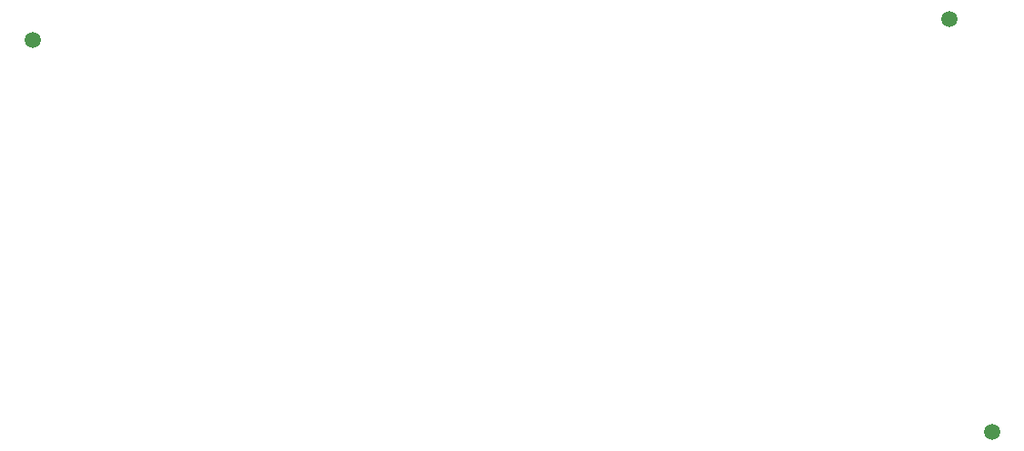
<source format=gbr>
%TF.GenerationSoftware,Altium Limited,Altium Designer,23.4.1 (23)*%
G04 Layer_Color=128*
%FSLAX26Y26*%
%MOIN*%
%TF.SameCoordinates,9AE554A4-7581-43F1-91E0-74BCC9029391*%
%TF.FilePolarity,Positive*%
%TF.FileFunction,Paste,Bot*%
%TF.Part,CustomerPanel*%
G01*
G75*
%TA.AperFunction,FiducialPad,Global*%
%ADD34C,0.059055*%
D34*
X3927480Y2497984D02*
D03*
X4084961Y982551D02*
D03*
X570866Y2419243D02*
D03*
%TF.MD5,3aa75185efa1a449af835a0c6bbdbfe8*%
M02*

</source>
